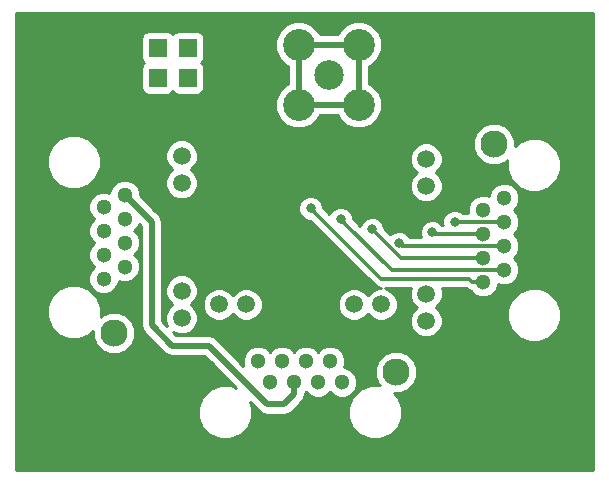
<source format=gbr>
G04 #@! TF.FileFunction,Copper,L1,Top,Signal*
%FSLAX46Y46*%
G04 Gerber Fmt 4.6, Leading zero omitted, Abs format (unit mm)*
G04 Created by KiCad (PCBNEW no-vcs-found-undefined) date Sun Nov 13 16:32:21 2016*
%MOMM*%
%LPD*%
G01*
G04 APERTURE LIST*
%ADD10C,0.500000*%
%ADD11C,2.500000*%
%ADD12C,2.700000*%
%ADD13R,1.524000X1.524000*%
%ADD14C,6.000000*%
%ADD15C,2.300000*%
%ADD16C,1.300000*%
%ADD17C,1.500000*%
%ADD18C,0.800000*%
%ADD19C,0.300000*%
%ADD20C,0.254000*%
G04 APERTURE END LIST*
D10*
D11*
X27432000Y34417000D03*
D12*
X29972000Y31877000D03*
X24892000Y31877000D03*
X24892000Y36957000D03*
X29972000Y36957000D03*
D13*
X12954000Y34163000D03*
X12954000Y36703000D03*
X15494000Y34163000D03*
X15494000Y36703000D03*
X18034000Y34163000D03*
X18034000Y36703000D03*
D14*
X45720000Y35560000D03*
X45720000Y5080000D03*
X5080000Y35560000D03*
X5080000Y5080000D03*
D15*
X41401000Y28577000D03*
X41401000Y12317000D03*
D16*
X42291000Y17907000D03*
X42291000Y19937000D03*
X42291000Y21967000D03*
X42291000Y23997000D03*
X40511000Y16887000D03*
X40511000Y18917000D03*
X40511000Y20947000D03*
X40511000Y22977000D03*
D17*
X35691000Y27307000D03*
X35691000Y25017000D03*
X35691000Y15877000D03*
X35691000Y13587000D03*
X14982000Y27561000D03*
X14982000Y25271000D03*
X14982000Y16131000D03*
X14982000Y13841000D03*
D16*
X10162000Y18171000D03*
X10162000Y20201000D03*
X10162000Y22231000D03*
X10162000Y24261000D03*
X8382000Y17151000D03*
X8382000Y19181000D03*
X8382000Y21211000D03*
X8382000Y23241000D03*
D15*
X9272000Y28831000D03*
X9272000Y12571000D03*
X33149000Y9272000D03*
X16889000Y9272000D03*
D16*
X22479000Y8382000D03*
X24509000Y8382000D03*
X26539000Y8382000D03*
X28569000Y8382000D03*
X21459000Y10162000D03*
X23489000Y10162000D03*
X25519000Y10162000D03*
X27549000Y10162000D03*
D17*
X31879000Y14982000D03*
X29589000Y14982000D03*
X20449000Y14982000D03*
X18159000Y14982000D03*
D18*
X36194996Y21082000D03*
X31115000Y21336000D03*
X25908000Y23114000D03*
X38100000Y21971000D03*
X33401000Y20193000D03*
X28448000Y22225000D03*
D10*
X10162000Y24261000D02*
X12446000Y21977000D01*
X12446000Y21977000D02*
X12446000Y13208000D01*
X14160500Y11493500D02*
X17272000Y11493500D01*
X12446000Y13208000D02*
X14160500Y11493500D01*
X23685500Y6540500D02*
X24509000Y7364000D01*
X17272000Y11493500D02*
X22225000Y6540500D01*
X24509000Y7364000D02*
X24509000Y8382000D01*
X22225000Y6540500D02*
X23685500Y6540500D01*
X24892000Y31877000D02*
X24892000Y33786188D01*
X24892000Y33786188D02*
X24892000Y36957000D01*
X29972000Y31877000D02*
X24892000Y31877000D01*
X29972000Y36957000D02*
X29972000Y35047812D01*
X29972000Y35047812D02*
X29972000Y31877000D01*
X24892000Y36957000D02*
X29972000Y36957000D01*
D19*
X36329996Y20947000D02*
X36194996Y21082000D01*
X40511000Y20947000D02*
X36329996Y20947000D01*
X31514999Y20936001D02*
X31115000Y21336000D01*
X33534000Y18917000D02*
X31514999Y20936001D01*
X40511000Y18917000D02*
X33534000Y18917000D01*
X39333762Y17145000D02*
X31877000Y17145000D01*
X26307999Y22714001D02*
X25908000Y23114000D01*
X39591762Y16887000D02*
X39333762Y17145000D01*
X40511000Y16887000D02*
X39591762Y16887000D01*
X31877000Y17145000D02*
X26307999Y22714001D01*
X38100000Y21971000D02*
X42287000Y21971000D01*
X42287000Y21971000D02*
X42291000Y21967000D01*
X33657000Y19937000D02*
X33401000Y20193000D01*
X42291000Y19937000D02*
X33657000Y19937000D01*
X28847999Y21825001D02*
X28448000Y22225000D01*
X32766000Y17907000D02*
X28847999Y21825001D01*
X42291000Y17907000D02*
X32766000Y17907000D01*
D20*
G36*
X49836000Y964000D02*
X964000Y964000D01*
X964000Y13898479D01*
X3556604Y13898479D01*
X3903742Y13058342D01*
X4545961Y12415001D01*
X5385491Y12066397D01*
X6294521Y12065604D01*
X7134658Y12412742D01*
X7487169Y12764638D01*
X7486691Y12217499D01*
X7757868Y11561200D01*
X8259559Y11058633D01*
X8915384Y10786311D01*
X9625501Y10785691D01*
X10281800Y11056868D01*
X10784367Y11558559D01*
X11056689Y12214384D01*
X11057309Y12924501D01*
X10786132Y13580800D01*
X10284441Y14083367D01*
X9628616Y14355689D01*
X8918499Y14356309D01*
X8262200Y14085132D01*
X8126651Y13949820D01*
X8127396Y14803521D01*
X7780258Y15643658D01*
X7138039Y16286999D01*
X6298509Y16635603D01*
X5389479Y16636396D01*
X4549342Y16289258D01*
X3906001Y15647039D01*
X3557397Y14807509D01*
X3556604Y13898479D01*
X964000Y13898479D01*
X964000Y22986519D01*
X7096777Y22986519D01*
X7291995Y22514057D01*
X7579734Y22225814D01*
X7293265Y21939845D01*
X7097223Y21467724D01*
X7096777Y20956519D01*
X7291995Y20484057D01*
X7579734Y20195814D01*
X7293265Y19909845D01*
X7097223Y19437724D01*
X7096777Y18926519D01*
X7291995Y18454057D01*
X7579734Y18165814D01*
X7293265Y17879845D01*
X7097223Y17407724D01*
X7096777Y16896519D01*
X7291995Y16424057D01*
X7653155Y16062265D01*
X8125276Y15866223D01*
X8636481Y15865777D01*
X9108943Y16060995D01*
X9470735Y16422155D01*
X9666777Y16894276D01*
X9666856Y16985224D01*
X9905276Y16886223D01*
X10416481Y16885777D01*
X10888943Y17080995D01*
X11250735Y17442155D01*
X11446777Y17914276D01*
X11447223Y18425481D01*
X11252005Y18897943D01*
X10964266Y19186186D01*
X11250735Y19472155D01*
X11446777Y19944276D01*
X11447223Y20455481D01*
X11252005Y20927943D01*
X10964266Y21216186D01*
X11250735Y21502155D01*
X11373534Y21797887D01*
X11561000Y21610421D01*
X11561000Y13208005D01*
X11560999Y13208000D01*
X11616772Y12927616D01*
X11628367Y12869325D01*
X11764111Y12666169D01*
X11820210Y12582210D01*
X13534708Y10867713D01*
X13534710Y10867710D01*
X13821825Y10675867D01*
X14160500Y10608499D01*
X14160505Y10608500D01*
X16905420Y10608500D01*
X19573227Y7940694D01*
X19125509Y8126603D01*
X18216479Y8127396D01*
X17376342Y7780258D01*
X16733001Y7138039D01*
X16384397Y6298509D01*
X16383604Y5389479D01*
X16730742Y4549342D01*
X17372961Y3906001D01*
X18212491Y3557397D01*
X19121521Y3556604D01*
X19961658Y3903742D01*
X20604999Y4545961D01*
X20953603Y5385491D01*
X20953606Y5389479D01*
X29083604Y5389479D01*
X29430742Y4549342D01*
X30072961Y3906001D01*
X30912491Y3557397D01*
X31821521Y3556604D01*
X32661658Y3903742D01*
X33304999Y4545961D01*
X33653603Y5385491D01*
X33654396Y6294521D01*
X33307258Y7134658D01*
X32955362Y7487169D01*
X33502501Y7486691D01*
X34158800Y7757868D01*
X34661367Y8259559D01*
X34933689Y8915384D01*
X34934309Y9625501D01*
X34663132Y10281800D01*
X34161441Y10784367D01*
X33505616Y11056689D01*
X32795499Y11057309D01*
X32139200Y10786132D01*
X31636633Y10284441D01*
X31364311Y9628616D01*
X31363691Y8918499D01*
X31634868Y8262200D01*
X31770180Y8126651D01*
X30916479Y8127396D01*
X30076342Y7780258D01*
X29433001Y7138039D01*
X29084397Y6298509D01*
X29083604Y5389479D01*
X20953606Y5389479D01*
X20954396Y6294521D01*
X20767797Y6746123D01*
X21599208Y5914713D01*
X21599210Y5914710D01*
X21886325Y5722867D01*
X21942516Y5711690D01*
X22225000Y5655499D01*
X22225005Y5655500D01*
X23685495Y5655500D01*
X23685500Y5655499D01*
X23967984Y5711690D01*
X24024175Y5722867D01*
X24311290Y5914710D01*
X25134787Y6738208D01*
X25134790Y6738210D01*
X25326633Y7025325D01*
X25340846Y7096777D01*
X25394001Y7364000D01*
X25394000Y7364005D01*
X25394000Y7449776D01*
X25524186Y7579734D01*
X25810155Y7293265D01*
X26282276Y7097223D01*
X26793481Y7096777D01*
X27265943Y7291995D01*
X27554186Y7579734D01*
X27840155Y7293265D01*
X28312276Y7097223D01*
X28823481Y7096777D01*
X29295943Y7291995D01*
X29657735Y7653155D01*
X29853777Y8125276D01*
X29854223Y8636481D01*
X29659005Y9108943D01*
X29297845Y9470735D01*
X28825724Y9666777D01*
X28734776Y9666856D01*
X28833777Y9905276D01*
X28834223Y10416481D01*
X28639005Y10888943D01*
X28277845Y11250735D01*
X27805724Y11446777D01*
X27294519Y11447223D01*
X26822057Y11252005D01*
X26533814Y10964266D01*
X26247845Y11250735D01*
X25775724Y11446777D01*
X25264519Y11447223D01*
X24792057Y11252005D01*
X24503814Y10964266D01*
X24217845Y11250735D01*
X23745724Y11446777D01*
X23234519Y11447223D01*
X22762057Y11252005D01*
X22473814Y10964266D01*
X22187845Y11250735D01*
X21715724Y11446777D01*
X21204519Y11447223D01*
X20732057Y11252005D01*
X20370265Y10890845D01*
X20174223Y10418724D01*
X20173777Y9907519D01*
X20218994Y9798085D01*
X17897790Y12119290D01*
X17610675Y12311133D01*
X17551016Y12323000D01*
X17272000Y12378501D01*
X17271995Y12378500D01*
X14527079Y12378500D01*
X14267583Y12637996D01*
X14705298Y12456241D01*
X15256285Y12455760D01*
X15765515Y12666169D01*
X16155461Y13055436D01*
X16366759Y13564298D01*
X16367240Y14115285D01*
X16156831Y14624515D01*
X16073776Y14707715D01*
X16773760Y14707715D01*
X16984169Y14198485D01*
X17373436Y13808539D01*
X17882298Y13597241D01*
X18433285Y13596760D01*
X18942515Y13807169D01*
X19304289Y14168313D01*
X19663436Y13808539D01*
X20172298Y13597241D01*
X20723285Y13596760D01*
X21232515Y13807169D01*
X21622461Y14196436D01*
X21833759Y14705298D01*
X21834240Y15256285D01*
X21623831Y15765515D01*
X21234564Y16155461D01*
X20725702Y16366759D01*
X20174715Y16367240D01*
X19665485Y16156831D01*
X19303711Y15795687D01*
X18944564Y16155461D01*
X18435702Y16366759D01*
X17884715Y16367240D01*
X17375485Y16156831D01*
X16985539Y15767564D01*
X16774241Y15258702D01*
X16773760Y14707715D01*
X16073776Y14707715D01*
X15795687Y14986289D01*
X16155461Y15345436D01*
X16366759Y15854298D01*
X16367240Y16405285D01*
X16156831Y16914515D01*
X15767564Y17304461D01*
X15258702Y17515759D01*
X14707715Y17516240D01*
X14198485Y17305831D01*
X13808539Y16916564D01*
X13597241Y16407702D01*
X13596760Y15856715D01*
X13807169Y15347485D01*
X14168313Y14985711D01*
X13808539Y14626564D01*
X13597241Y14117702D01*
X13596760Y13566715D01*
X13778352Y13127228D01*
X13331000Y13574580D01*
X13331000Y21976995D01*
X13331001Y21977000D01*
X13263633Y22315674D01*
X13263633Y22315675D01*
X13071790Y22602790D01*
X13071787Y22602792D01*
X12765551Y22909029D01*
X24872821Y22909029D01*
X25030058Y22528485D01*
X25320954Y22237081D01*
X25701223Y22079180D01*
X25832777Y22079065D01*
X31321921Y16589921D01*
X31576594Y16419755D01*
X31841642Y16367033D01*
X31604715Y16367240D01*
X31095485Y16156831D01*
X30733711Y15795687D01*
X30374564Y16155461D01*
X29865702Y16366759D01*
X29314715Y16367240D01*
X28805485Y16156831D01*
X28415539Y15767564D01*
X28204241Y15258702D01*
X28203760Y14707715D01*
X28414169Y14198485D01*
X28803436Y13808539D01*
X29312298Y13597241D01*
X29863285Y13596760D01*
X30372515Y13807169D01*
X30734289Y14168313D01*
X31093436Y13808539D01*
X31602298Y13597241D01*
X32153285Y13596760D01*
X32662515Y13807169D01*
X33052461Y14196436D01*
X33263759Y14705298D01*
X33264240Y15256285D01*
X33053831Y15765515D01*
X32664564Y16155461D01*
X32171979Y16360000D01*
X34391903Y16360000D01*
X34306241Y16153702D01*
X34305760Y15602715D01*
X34516169Y15093485D01*
X34877313Y14731711D01*
X34517539Y14372564D01*
X34306241Y13863702D01*
X34305760Y13312715D01*
X34516169Y12803485D01*
X34905436Y12413539D01*
X35414298Y12202241D01*
X35965285Y12201760D01*
X36474515Y12412169D01*
X36864461Y12801436D01*
X37075759Y13310298D01*
X37076050Y13644479D01*
X42545604Y13644479D01*
X42892742Y12804342D01*
X43534961Y12161001D01*
X44374491Y11812397D01*
X45283521Y11811604D01*
X46123658Y12158742D01*
X46766999Y12800961D01*
X47115603Y13640491D01*
X47116396Y14549521D01*
X46769258Y15389658D01*
X46127039Y16032999D01*
X45287509Y16381603D01*
X44378479Y16382396D01*
X43538342Y16035258D01*
X42895001Y15393039D01*
X42546397Y14553509D01*
X42545604Y13644479D01*
X37076050Y13644479D01*
X37076240Y13861285D01*
X36865831Y14370515D01*
X36504687Y14732289D01*
X36864461Y15091436D01*
X37075759Y15600298D01*
X37076240Y16151285D01*
X36990001Y16360000D01*
X39008604Y16360000D01*
X39036683Y16331921D01*
X39291355Y16161755D01*
X39451000Y16129999D01*
X39782155Y15798265D01*
X40254276Y15602223D01*
X40765481Y15601777D01*
X41237943Y15796995D01*
X41599735Y16158155D01*
X41795777Y16630276D01*
X41795856Y16721224D01*
X42034276Y16622223D01*
X42545481Y16621777D01*
X43017943Y16816995D01*
X43379735Y17178155D01*
X43575777Y17650276D01*
X43576223Y18161481D01*
X43381005Y18633943D01*
X43093266Y18922186D01*
X43379735Y19208155D01*
X43575777Y19680276D01*
X43576223Y20191481D01*
X43381005Y20663943D01*
X43093266Y20952186D01*
X43379735Y21238155D01*
X43575777Y21710276D01*
X43576223Y22221481D01*
X43381005Y22693943D01*
X43093266Y22982186D01*
X43379735Y23268155D01*
X43575777Y23740276D01*
X43576223Y24251481D01*
X43381005Y24723943D01*
X43019845Y25085735D01*
X42547724Y25281777D01*
X42036519Y25282223D01*
X41564057Y25087005D01*
X41202265Y24725845D01*
X41006223Y24253724D01*
X41006144Y24162776D01*
X40767724Y24261777D01*
X40256519Y24262223D01*
X39784057Y24067005D01*
X39422265Y23705845D01*
X39226223Y23233724D01*
X39225806Y22756000D01*
X38778805Y22756000D01*
X38687046Y22847919D01*
X38306777Y23005820D01*
X37895029Y23006179D01*
X37514485Y22848942D01*
X37223081Y22558046D01*
X37065180Y22177777D01*
X37064821Y21766029D01*
X37078881Y21732000D01*
X37008565Y21732000D01*
X36782042Y21958919D01*
X36401773Y22116820D01*
X35990025Y22117179D01*
X35609481Y21959942D01*
X35318077Y21669046D01*
X35160176Y21288777D01*
X35159817Y20877029D01*
X35223873Y20722000D01*
X34302293Y20722000D01*
X34278942Y20778515D01*
X33988046Y21069919D01*
X33607777Y21227820D01*
X33196029Y21228179D01*
X32815485Y21070942D01*
X32652709Y20908449D01*
X32150066Y21411092D01*
X32150179Y21540971D01*
X31992942Y21921515D01*
X31702046Y22212919D01*
X31321777Y22370820D01*
X30910029Y22371179D01*
X30529485Y22213942D01*
X30238081Y21923046D01*
X30127184Y21655974D01*
X29483066Y22300092D01*
X29483179Y22429971D01*
X29325942Y22810515D01*
X29035046Y23101919D01*
X28654777Y23259820D01*
X28243029Y23260179D01*
X27862485Y23102942D01*
X27571081Y22812046D01*
X27497446Y22634712D01*
X26943066Y23189092D01*
X26943179Y23318971D01*
X26785942Y23699515D01*
X26495046Y23990919D01*
X26114777Y24148820D01*
X25703029Y24149179D01*
X25322485Y23991942D01*
X25031081Y23701046D01*
X24873180Y23320777D01*
X24872821Y22909029D01*
X12765551Y22909029D01*
X11446972Y24227608D01*
X11447223Y24515481D01*
X11252005Y24987943D01*
X10890845Y25349735D01*
X10418724Y25545777D01*
X9907519Y25546223D01*
X9435057Y25351005D01*
X9073265Y24989845D01*
X8877223Y24517724D01*
X8877144Y24426776D01*
X8638724Y24525777D01*
X8127519Y24526223D01*
X7655057Y24331005D01*
X7293265Y23969845D01*
X7097223Y23497724D01*
X7096777Y22986519D01*
X964000Y22986519D01*
X964000Y26598479D01*
X3556604Y26598479D01*
X3903742Y25758342D01*
X4545961Y25115001D01*
X5385491Y24766397D01*
X6294521Y24765604D01*
X7134658Y25112742D01*
X7777999Y25754961D01*
X8126603Y26594491D01*
X8127206Y27286715D01*
X13596760Y27286715D01*
X13807169Y26777485D01*
X14168313Y26415711D01*
X13808539Y26056564D01*
X13597241Y25547702D01*
X13596760Y24996715D01*
X13807169Y24487485D01*
X14196436Y24097539D01*
X14705298Y23886241D01*
X15256285Y23885760D01*
X15765515Y24096169D01*
X16155461Y24485436D01*
X16366759Y24994298D01*
X16367240Y25545285D01*
X16156831Y26054515D01*
X15795687Y26416289D01*
X16155461Y26775436D01*
X16262292Y27032715D01*
X34305760Y27032715D01*
X34516169Y26523485D01*
X34877313Y26161711D01*
X34517539Y25802564D01*
X34306241Y25293702D01*
X34305760Y24742715D01*
X34516169Y24233485D01*
X34905436Y23843539D01*
X35414298Y23632241D01*
X35965285Y23631760D01*
X36474515Y23842169D01*
X36864461Y24231436D01*
X37075759Y24740298D01*
X37076240Y25291285D01*
X36865831Y25800515D01*
X36504687Y26162289D01*
X36864461Y26521436D01*
X37075759Y27030298D01*
X37076240Y27581285D01*
X36865831Y28090515D01*
X36733079Y28223499D01*
X39615691Y28223499D01*
X39886868Y27567200D01*
X40388559Y27064633D01*
X41044384Y26792311D01*
X41754501Y26791691D01*
X42410800Y27062868D01*
X42546349Y27198180D01*
X42545604Y26344479D01*
X42892742Y25504342D01*
X43534961Y24861001D01*
X44374491Y24512397D01*
X45283521Y24511604D01*
X46123658Y24858742D01*
X46766999Y25500961D01*
X47115603Y26340491D01*
X47116396Y27249521D01*
X46769258Y28089658D01*
X46127039Y28732999D01*
X45287509Y29081603D01*
X44378479Y29082396D01*
X43538342Y28735258D01*
X43185831Y28383362D01*
X43186309Y28930501D01*
X42915132Y29586800D01*
X42413441Y30089367D01*
X41757616Y30361689D01*
X41047499Y30362309D01*
X40391200Y30091132D01*
X39888633Y29589441D01*
X39616311Y28933616D01*
X39615691Y28223499D01*
X36733079Y28223499D01*
X36476564Y28480461D01*
X35967702Y28691759D01*
X35416715Y28692240D01*
X34907485Y28481831D01*
X34517539Y28092564D01*
X34306241Y27583702D01*
X34305760Y27032715D01*
X16262292Y27032715D01*
X16366759Y27284298D01*
X16367240Y27835285D01*
X16156831Y28344515D01*
X15767564Y28734461D01*
X15258702Y28945759D01*
X14707715Y28946240D01*
X14198485Y28735831D01*
X13808539Y28346564D01*
X13597241Y27837702D01*
X13596760Y27286715D01*
X8127206Y27286715D01*
X8127396Y27503521D01*
X7780258Y28343658D01*
X7138039Y28986999D01*
X6298509Y29335603D01*
X5389479Y29336396D01*
X4549342Y28989258D01*
X3906001Y28347039D01*
X3557397Y27507509D01*
X3556604Y26598479D01*
X964000Y26598479D01*
X964000Y37465000D01*
X11544560Y37465000D01*
X11544560Y35941000D01*
X11593843Y35693235D01*
X11734191Y35483191D01*
X11809307Y35433000D01*
X11734191Y35382809D01*
X11593843Y35172765D01*
X11544560Y34925000D01*
X11544560Y33401000D01*
X11593843Y33153235D01*
X11734191Y32943191D01*
X11944235Y32802843D01*
X12192000Y32753560D01*
X13716000Y32753560D01*
X13963765Y32802843D01*
X14173809Y32943191D01*
X14224000Y33018307D01*
X14274191Y32943191D01*
X14484235Y32802843D01*
X14732000Y32753560D01*
X16256000Y32753560D01*
X16503765Y32802843D01*
X16713809Y32943191D01*
X16854157Y33153235D01*
X16903440Y33401000D01*
X16903440Y34925000D01*
X16854157Y35172765D01*
X16713809Y35382809D01*
X16638693Y35433000D01*
X16713809Y35483191D01*
X16854157Y35693235D01*
X16903440Y35941000D01*
X16903440Y36563891D01*
X22906657Y36563891D01*
X23208218Y35834057D01*
X23766120Y35275181D01*
X24007000Y35175159D01*
X24007000Y33659098D01*
X23769057Y33560782D01*
X23210181Y33002880D01*
X22907346Y32273573D01*
X22906657Y31483891D01*
X23208218Y30754057D01*
X23766120Y30195181D01*
X24495427Y29892346D01*
X25285109Y29891657D01*
X26014943Y30193218D01*
X26573819Y30751120D01*
X26673841Y30992000D01*
X28189902Y30992000D01*
X28288218Y30754057D01*
X28846120Y30195181D01*
X29575427Y29892346D01*
X30365109Y29891657D01*
X31094943Y30193218D01*
X31653819Y30751120D01*
X31956654Y31480427D01*
X31957343Y32270109D01*
X31655782Y32999943D01*
X31097880Y33558819D01*
X30857000Y33658841D01*
X30857000Y35174902D01*
X31094943Y35273218D01*
X31653819Y35831120D01*
X31956654Y36560427D01*
X31957343Y37350109D01*
X31655782Y38079943D01*
X31097880Y38638819D01*
X30368573Y38941654D01*
X29578891Y38942343D01*
X28849057Y38640782D01*
X28290181Y38082880D01*
X28190159Y37842000D01*
X26674098Y37842000D01*
X26575782Y38079943D01*
X26017880Y38638819D01*
X25288573Y38941654D01*
X24498891Y38942343D01*
X23769057Y38640782D01*
X23210181Y38082880D01*
X22907346Y37353573D01*
X22906657Y36563891D01*
X16903440Y36563891D01*
X16903440Y37465000D01*
X16854157Y37712765D01*
X16713809Y37922809D01*
X16503765Y38063157D01*
X16256000Y38112440D01*
X14732000Y38112440D01*
X14484235Y38063157D01*
X14274191Y37922809D01*
X14224000Y37847693D01*
X14173809Y37922809D01*
X13963765Y38063157D01*
X13716000Y38112440D01*
X12192000Y38112440D01*
X11944235Y38063157D01*
X11734191Y37922809D01*
X11593843Y37712765D01*
X11544560Y37465000D01*
X964000Y37465000D01*
X964000Y39676000D01*
X49836000Y39676000D01*
X49836000Y964000D01*
X49836000Y964000D01*
G37*
X49836000Y964000D02*
X964000Y964000D01*
X964000Y13898479D01*
X3556604Y13898479D01*
X3903742Y13058342D01*
X4545961Y12415001D01*
X5385491Y12066397D01*
X6294521Y12065604D01*
X7134658Y12412742D01*
X7487169Y12764638D01*
X7486691Y12217499D01*
X7757868Y11561200D01*
X8259559Y11058633D01*
X8915384Y10786311D01*
X9625501Y10785691D01*
X10281800Y11056868D01*
X10784367Y11558559D01*
X11056689Y12214384D01*
X11057309Y12924501D01*
X10786132Y13580800D01*
X10284441Y14083367D01*
X9628616Y14355689D01*
X8918499Y14356309D01*
X8262200Y14085132D01*
X8126651Y13949820D01*
X8127396Y14803521D01*
X7780258Y15643658D01*
X7138039Y16286999D01*
X6298509Y16635603D01*
X5389479Y16636396D01*
X4549342Y16289258D01*
X3906001Y15647039D01*
X3557397Y14807509D01*
X3556604Y13898479D01*
X964000Y13898479D01*
X964000Y22986519D01*
X7096777Y22986519D01*
X7291995Y22514057D01*
X7579734Y22225814D01*
X7293265Y21939845D01*
X7097223Y21467724D01*
X7096777Y20956519D01*
X7291995Y20484057D01*
X7579734Y20195814D01*
X7293265Y19909845D01*
X7097223Y19437724D01*
X7096777Y18926519D01*
X7291995Y18454057D01*
X7579734Y18165814D01*
X7293265Y17879845D01*
X7097223Y17407724D01*
X7096777Y16896519D01*
X7291995Y16424057D01*
X7653155Y16062265D01*
X8125276Y15866223D01*
X8636481Y15865777D01*
X9108943Y16060995D01*
X9470735Y16422155D01*
X9666777Y16894276D01*
X9666856Y16985224D01*
X9905276Y16886223D01*
X10416481Y16885777D01*
X10888943Y17080995D01*
X11250735Y17442155D01*
X11446777Y17914276D01*
X11447223Y18425481D01*
X11252005Y18897943D01*
X10964266Y19186186D01*
X11250735Y19472155D01*
X11446777Y19944276D01*
X11447223Y20455481D01*
X11252005Y20927943D01*
X10964266Y21216186D01*
X11250735Y21502155D01*
X11373534Y21797887D01*
X11561000Y21610421D01*
X11561000Y13208005D01*
X11560999Y13208000D01*
X11616772Y12927616D01*
X11628367Y12869325D01*
X11764111Y12666169D01*
X11820210Y12582210D01*
X13534708Y10867713D01*
X13534710Y10867710D01*
X13821825Y10675867D01*
X14160500Y10608499D01*
X14160505Y10608500D01*
X16905420Y10608500D01*
X19573227Y7940694D01*
X19125509Y8126603D01*
X18216479Y8127396D01*
X17376342Y7780258D01*
X16733001Y7138039D01*
X16384397Y6298509D01*
X16383604Y5389479D01*
X16730742Y4549342D01*
X17372961Y3906001D01*
X18212491Y3557397D01*
X19121521Y3556604D01*
X19961658Y3903742D01*
X20604999Y4545961D01*
X20953603Y5385491D01*
X20953606Y5389479D01*
X29083604Y5389479D01*
X29430742Y4549342D01*
X30072961Y3906001D01*
X30912491Y3557397D01*
X31821521Y3556604D01*
X32661658Y3903742D01*
X33304999Y4545961D01*
X33653603Y5385491D01*
X33654396Y6294521D01*
X33307258Y7134658D01*
X32955362Y7487169D01*
X33502501Y7486691D01*
X34158800Y7757868D01*
X34661367Y8259559D01*
X34933689Y8915384D01*
X34934309Y9625501D01*
X34663132Y10281800D01*
X34161441Y10784367D01*
X33505616Y11056689D01*
X32795499Y11057309D01*
X32139200Y10786132D01*
X31636633Y10284441D01*
X31364311Y9628616D01*
X31363691Y8918499D01*
X31634868Y8262200D01*
X31770180Y8126651D01*
X30916479Y8127396D01*
X30076342Y7780258D01*
X29433001Y7138039D01*
X29084397Y6298509D01*
X29083604Y5389479D01*
X20953606Y5389479D01*
X20954396Y6294521D01*
X20767797Y6746123D01*
X21599208Y5914713D01*
X21599210Y5914710D01*
X21886325Y5722867D01*
X21942516Y5711690D01*
X22225000Y5655499D01*
X22225005Y5655500D01*
X23685495Y5655500D01*
X23685500Y5655499D01*
X23967984Y5711690D01*
X24024175Y5722867D01*
X24311290Y5914710D01*
X25134787Y6738208D01*
X25134790Y6738210D01*
X25326633Y7025325D01*
X25340846Y7096777D01*
X25394001Y7364000D01*
X25394000Y7364005D01*
X25394000Y7449776D01*
X25524186Y7579734D01*
X25810155Y7293265D01*
X26282276Y7097223D01*
X26793481Y7096777D01*
X27265943Y7291995D01*
X27554186Y7579734D01*
X27840155Y7293265D01*
X28312276Y7097223D01*
X28823481Y7096777D01*
X29295943Y7291995D01*
X29657735Y7653155D01*
X29853777Y8125276D01*
X29854223Y8636481D01*
X29659005Y9108943D01*
X29297845Y9470735D01*
X28825724Y9666777D01*
X28734776Y9666856D01*
X28833777Y9905276D01*
X28834223Y10416481D01*
X28639005Y10888943D01*
X28277845Y11250735D01*
X27805724Y11446777D01*
X27294519Y11447223D01*
X26822057Y11252005D01*
X26533814Y10964266D01*
X26247845Y11250735D01*
X25775724Y11446777D01*
X25264519Y11447223D01*
X24792057Y11252005D01*
X24503814Y10964266D01*
X24217845Y11250735D01*
X23745724Y11446777D01*
X23234519Y11447223D01*
X22762057Y11252005D01*
X22473814Y10964266D01*
X22187845Y11250735D01*
X21715724Y11446777D01*
X21204519Y11447223D01*
X20732057Y11252005D01*
X20370265Y10890845D01*
X20174223Y10418724D01*
X20173777Y9907519D01*
X20218994Y9798085D01*
X17897790Y12119290D01*
X17610675Y12311133D01*
X17551016Y12323000D01*
X17272000Y12378501D01*
X17271995Y12378500D01*
X14527079Y12378500D01*
X14267583Y12637996D01*
X14705298Y12456241D01*
X15256285Y12455760D01*
X15765515Y12666169D01*
X16155461Y13055436D01*
X16366759Y13564298D01*
X16367240Y14115285D01*
X16156831Y14624515D01*
X16073776Y14707715D01*
X16773760Y14707715D01*
X16984169Y14198485D01*
X17373436Y13808539D01*
X17882298Y13597241D01*
X18433285Y13596760D01*
X18942515Y13807169D01*
X19304289Y14168313D01*
X19663436Y13808539D01*
X20172298Y13597241D01*
X20723285Y13596760D01*
X21232515Y13807169D01*
X21622461Y14196436D01*
X21833759Y14705298D01*
X21834240Y15256285D01*
X21623831Y15765515D01*
X21234564Y16155461D01*
X20725702Y16366759D01*
X20174715Y16367240D01*
X19665485Y16156831D01*
X19303711Y15795687D01*
X18944564Y16155461D01*
X18435702Y16366759D01*
X17884715Y16367240D01*
X17375485Y16156831D01*
X16985539Y15767564D01*
X16774241Y15258702D01*
X16773760Y14707715D01*
X16073776Y14707715D01*
X15795687Y14986289D01*
X16155461Y15345436D01*
X16366759Y15854298D01*
X16367240Y16405285D01*
X16156831Y16914515D01*
X15767564Y17304461D01*
X15258702Y17515759D01*
X14707715Y17516240D01*
X14198485Y17305831D01*
X13808539Y16916564D01*
X13597241Y16407702D01*
X13596760Y15856715D01*
X13807169Y15347485D01*
X14168313Y14985711D01*
X13808539Y14626564D01*
X13597241Y14117702D01*
X13596760Y13566715D01*
X13778352Y13127228D01*
X13331000Y13574580D01*
X13331000Y21976995D01*
X13331001Y21977000D01*
X13263633Y22315674D01*
X13263633Y22315675D01*
X13071790Y22602790D01*
X13071787Y22602792D01*
X12765551Y22909029D01*
X24872821Y22909029D01*
X25030058Y22528485D01*
X25320954Y22237081D01*
X25701223Y22079180D01*
X25832777Y22079065D01*
X31321921Y16589921D01*
X31576594Y16419755D01*
X31841642Y16367033D01*
X31604715Y16367240D01*
X31095485Y16156831D01*
X30733711Y15795687D01*
X30374564Y16155461D01*
X29865702Y16366759D01*
X29314715Y16367240D01*
X28805485Y16156831D01*
X28415539Y15767564D01*
X28204241Y15258702D01*
X28203760Y14707715D01*
X28414169Y14198485D01*
X28803436Y13808539D01*
X29312298Y13597241D01*
X29863285Y13596760D01*
X30372515Y13807169D01*
X30734289Y14168313D01*
X31093436Y13808539D01*
X31602298Y13597241D01*
X32153285Y13596760D01*
X32662515Y13807169D01*
X33052461Y14196436D01*
X33263759Y14705298D01*
X33264240Y15256285D01*
X33053831Y15765515D01*
X32664564Y16155461D01*
X32171979Y16360000D01*
X34391903Y16360000D01*
X34306241Y16153702D01*
X34305760Y15602715D01*
X34516169Y15093485D01*
X34877313Y14731711D01*
X34517539Y14372564D01*
X34306241Y13863702D01*
X34305760Y13312715D01*
X34516169Y12803485D01*
X34905436Y12413539D01*
X35414298Y12202241D01*
X35965285Y12201760D01*
X36474515Y12412169D01*
X36864461Y12801436D01*
X37075759Y13310298D01*
X37076050Y13644479D01*
X42545604Y13644479D01*
X42892742Y12804342D01*
X43534961Y12161001D01*
X44374491Y11812397D01*
X45283521Y11811604D01*
X46123658Y12158742D01*
X46766999Y12800961D01*
X47115603Y13640491D01*
X47116396Y14549521D01*
X46769258Y15389658D01*
X46127039Y16032999D01*
X45287509Y16381603D01*
X44378479Y16382396D01*
X43538342Y16035258D01*
X42895001Y15393039D01*
X42546397Y14553509D01*
X42545604Y13644479D01*
X37076050Y13644479D01*
X37076240Y13861285D01*
X36865831Y14370515D01*
X36504687Y14732289D01*
X36864461Y15091436D01*
X37075759Y15600298D01*
X37076240Y16151285D01*
X36990001Y16360000D01*
X39008604Y16360000D01*
X39036683Y16331921D01*
X39291355Y16161755D01*
X39451000Y16129999D01*
X39782155Y15798265D01*
X40254276Y15602223D01*
X40765481Y15601777D01*
X41237943Y15796995D01*
X41599735Y16158155D01*
X41795777Y16630276D01*
X41795856Y16721224D01*
X42034276Y16622223D01*
X42545481Y16621777D01*
X43017943Y16816995D01*
X43379735Y17178155D01*
X43575777Y17650276D01*
X43576223Y18161481D01*
X43381005Y18633943D01*
X43093266Y18922186D01*
X43379735Y19208155D01*
X43575777Y19680276D01*
X43576223Y20191481D01*
X43381005Y20663943D01*
X43093266Y20952186D01*
X43379735Y21238155D01*
X43575777Y21710276D01*
X43576223Y22221481D01*
X43381005Y22693943D01*
X43093266Y22982186D01*
X43379735Y23268155D01*
X43575777Y23740276D01*
X43576223Y24251481D01*
X43381005Y24723943D01*
X43019845Y25085735D01*
X42547724Y25281777D01*
X42036519Y25282223D01*
X41564057Y25087005D01*
X41202265Y24725845D01*
X41006223Y24253724D01*
X41006144Y24162776D01*
X40767724Y24261777D01*
X40256519Y24262223D01*
X39784057Y24067005D01*
X39422265Y23705845D01*
X39226223Y23233724D01*
X39225806Y22756000D01*
X38778805Y22756000D01*
X38687046Y22847919D01*
X38306777Y23005820D01*
X37895029Y23006179D01*
X37514485Y22848942D01*
X37223081Y22558046D01*
X37065180Y22177777D01*
X37064821Y21766029D01*
X37078881Y21732000D01*
X37008565Y21732000D01*
X36782042Y21958919D01*
X36401773Y22116820D01*
X35990025Y22117179D01*
X35609481Y21959942D01*
X35318077Y21669046D01*
X35160176Y21288777D01*
X35159817Y20877029D01*
X35223873Y20722000D01*
X34302293Y20722000D01*
X34278942Y20778515D01*
X33988046Y21069919D01*
X33607777Y21227820D01*
X33196029Y21228179D01*
X32815485Y21070942D01*
X32652709Y20908449D01*
X32150066Y21411092D01*
X32150179Y21540971D01*
X31992942Y21921515D01*
X31702046Y22212919D01*
X31321777Y22370820D01*
X30910029Y22371179D01*
X30529485Y22213942D01*
X30238081Y21923046D01*
X30127184Y21655974D01*
X29483066Y22300092D01*
X29483179Y22429971D01*
X29325942Y22810515D01*
X29035046Y23101919D01*
X28654777Y23259820D01*
X28243029Y23260179D01*
X27862485Y23102942D01*
X27571081Y22812046D01*
X27497446Y22634712D01*
X26943066Y23189092D01*
X26943179Y23318971D01*
X26785942Y23699515D01*
X26495046Y23990919D01*
X26114777Y24148820D01*
X25703029Y24149179D01*
X25322485Y23991942D01*
X25031081Y23701046D01*
X24873180Y23320777D01*
X24872821Y22909029D01*
X12765551Y22909029D01*
X11446972Y24227608D01*
X11447223Y24515481D01*
X11252005Y24987943D01*
X10890845Y25349735D01*
X10418724Y25545777D01*
X9907519Y25546223D01*
X9435057Y25351005D01*
X9073265Y24989845D01*
X8877223Y24517724D01*
X8877144Y24426776D01*
X8638724Y24525777D01*
X8127519Y24526223D01*
X7655057Y24331005D01*
X7293265Y23969845D01*
X7097223Y23497724D01*
X7096777Y22986519D01*
X964000Y22986519D01*
X964000Y26598479D01*
X3556604Y26598479D01*
X3903742Y25758342D01*
X4545961Y25115001D01*
X5385491Y24766397D01*
X6294521Y24765604D01*
X7134658Y25112742D01*
X7777999Y25754961D01*
X8126603Y26594491D01*
X8127206Y27286715D01*
X13596760Y27286715D01*
X13807169Y26777485D01*
X14168313Y26415711D01*
X13808539Y26056564D01*
X13597241Y25547702D01*
X13596760Y24996715D01*
X13807169Y24487485D01*
X14196436Y24097539D01*
X14705298Y23886241D01*
X15256285Y23885760D01*
X15765515Y24096169D01*
X16155461Y24485436D01*
X16366759Y24994298D01*
X16367240Y25545285D01*
X16156831Y26054515D01*
X15795687Y26416289D01*
X16155461Y26775436D01*
X16262292Y27032715D01*
X34305760Y27032715D01*
X34516169Y26523485D01*
X34877313Y26161711D01*
X34517539Y25802564D01*
X34306241Y25293702D01*
X34305760Y24742715D01*
X34516169Y24233485D01*
X34905436Y23843539D01*
X35414298Y23632241D01*
X35965285Y23631760D01*
X36474515Y23842169D01*
X36864461Y24231436D01*
X37075759Y24740298D01*
X37076240Y25291285D01*
X36865831Y25800515D01*
X36504687Y26162289D01*
X36864461Y26521436D01*
X37075759Y27030298D01*
X37076240Y27581285D01*
X36865831Y28090515D01*
X36733079Y28223499D01*
X39615691Y28223499D01*
X39886868Y27567200D01*
X40388559Y27064633D01*
X41044384Y26792311D01*
X41754501Y26791691D01*
X42410800Y27062868D01*
X42546349Y27198180D01*
X42545604Y26344479D01*
X42892742Y25504342D01*
X43534961Y24861001D01*
X44374491Y24512397D01*
X45283521Y24511604D01*
X46123658Y24858742D01*
X46766999Y25500961D01*
X47115603Y26340491D01*
X47116396Y27249521D01*
X46769258Y28089658D01*
X46127039Y28732999D01*
X45287509Y29081603D01*
X44378479Y29082396D01*
X43538342Y28735258D01*
X43185831Y28383362D01*
X43186309Y28930501D01*
X42915132Y29586800D01*
X42413441Y30089367D01*
X41757616Y30361689D01*
X41047499Y30362309D01*
X40391200Y30091132D01*
X39888633Y29589441D01*
X39616311Y28933616D01*
X39615691Y28223499D01*
X36733079Y28223499D01*
X36476564Y28480461D01*
X35967702Y28691759D01*
X35416715Y28692240D01*
X34907485Y28481831D01*
X34517539Y28092564D01*
X34306241Y27583702D01*
X34305760Y27032715D01*
X16262292Y27032715D01*
X16366759Y27284298D01*
X16367240Y27835285D01*
X16156831Y28344515D01*
X15767564Y28734461D01*
X15258702Y28945759D01*
X14707715Y28946240D01*
X14198485Y28735831D01*
X13808539Y28346564D01*
X13597241Y27837702D01*
X13596760Y27286715D01*
X8127206Y27286715D01*
X8127396Y27503521D01*
X7780258Y28343658D01*
X7138039Y28986999D01*
X6298509Y29335603D01*
X5389479Y29336396D01*
X4549342Y28989258D01*
X3906001Y28347039D01*
X3557397Y27507509D01*
X3556604Y26598479D01*
X964000Y26598479D01*
X964000Y37465000D01*
X11544560Y37465000D01*
X11544560Y35941000D01*
X11593843Y35693235D01*
X11734191Y35483191D01*
X11809307Y35433000D01*
X11734191Y35382809D01*
X11593843Y35172765D01*
X11544560Y34925000D01*
X11544560Y33401000D01*
X11593843Y33153235D01*
X11734191Y32943191D01*
X11944235Y32802843D01*
X12192000Y32753560D01*
X13716000Y32753560D01*
X13963765Y32802843D01*
X14173809Y32943191D01*
X14224000Y33018307D01*
X14274191Y32943191D01*
X14484235Y32802843D01*
X14732000Y32753560D01*
X16256000Y32753560D01*
X16503765Y32802843D01*
X16713809Y32943191D01*
X16854157Y33153235D01*
X16903440Y33401000D01*
X16903440Y34925000D01*
X16854157Y35172765D01*
X16713809Y35382809D01*
X16638693Y35433000D01*
X16713809Y35483191D01*
X16854157Y35693235D01*
X16903440Y35941000D01*
X16903440Y36563891D01*
X22906657Y36563891D01*
X23208218Y35834057D01*
X23766120Y35275181D01*
X24007000Y35175159D01*
X24007000Y33659098D01*
X23769057Y33560782D01*
X23210181Y33002880D01*
X22907346Y32273573D01*
X22906657Y31483891D01*
X23208218Y30754057D01*
X23766120Y30195181D01*
X24495427Y29892346D01*
X25285109Y29891657D01*
X26014943Y30193218D01*
X26573819Y30751120D01*
X26673841Y30992000D01*
X28189902Y30992000D01*
X28288218Y30754057D01*
X28846120Y30195181D01*
X29575427Y29892346D01*
X30365109Y29891657D01*
X31094943Y30193218D01*
X31653819Y30751120D01*
X31956654Y31480427D01*
X31957343Y32270109D01*
X31655782Y32999943D01*
X31097880Y33558819D01*
X30857000Y33658841D01*
X30857000Y35174902D01*
X31094943Y35273218D01*
X31653819Y35831120D01*
X31956654Y36560427D01*
X31957343Y37350109D01*
X31655782Y38079943D01*
X31097880Y38638819D01*
X30368573Y38941654D01*
X29578891Y38942343D01*
X28849057Y38640782D01*
X28290181Y38082880D01*
X28190159Y37842000D01*
X26674098Y37842000D01*
X26575782Y38079943D01*
X26017880Y38638819D01*
X25288573Y38941654D01*
X24498891Y38942343D01*
X23769057Y38640782D01*
X23210181Y38082880D01*
X22907346Y37353573D01*
X22906657Y36563891D01*
X16903440Y36563891D01*
X16903440Y37465000D01*
X16854157Y37712765D01*
X16713809Y37922809D01*
X16503765Y38063157D01*
X16256000Y38112440D01*
X14732000Y38112440D01*
X14484235Y38063157D01*
X14274191Y37922809D01*
X14224000Y37847693D01*
X14173809Y37922809D01*
X13963765Y38063157D01*
X13716000Y38112440D01*
X12192000Y38112440D01*
X11944235Y38063157D01*
X11734191Y37922809D01*
X11593843Y37712765D01*
X11544560Y37465000D01*
X964000Y37465000D01*
X964000Y39676000D01*
X49836000Y39676000D01*
X49836000Y964000D01*
M02*

</source>
